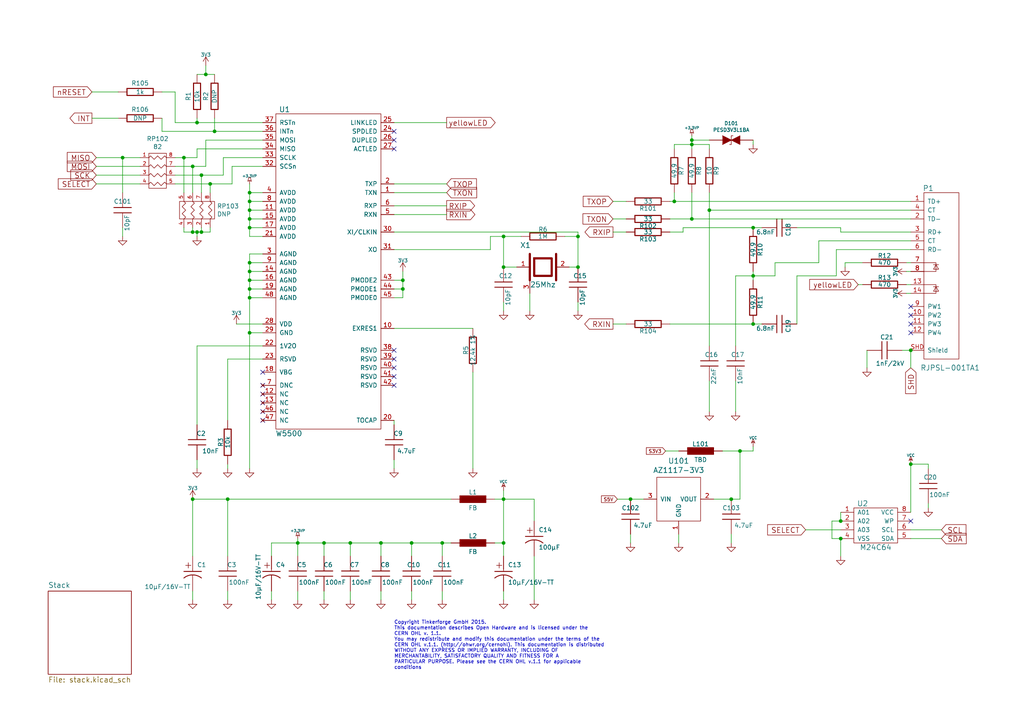
<source format=kicad_sch>
(kicad_sch (version 20211123) (generator eeschema)
  (paper "A4")
  (title_block (title "Ethernet Extension without PoE") (date "2022-09-06") (rev "1.1") (company "Tinkerforge GmbH") (comment 1 "Licensed under CERN OHL v.1.1") (comment 2 "Copyright (©) 2021, B.Nordmeyer <bastian@tinkerforge.com>"))
  (lib_symbols
    (symbol "tinkerforge:+3.3VP" (power) (pin_names (offset 0))
      (property "Value" "+3.3VP" (at 0 2.54 0))
      (symbol "+3.3VP_0_0"
        (pin power_in line (at 0 0 90) (length 0) hide (name "+3.3VP") (number "1"))
      )
      (symbol "+3.3VP_0_1"
        (polyline (pts (xy 0 0) (xy 0 1.016) (xy 0 1.016)))
        (polyline (pts (xy 0.508 0.762) (xy 0 1.016) (xy -0.508 0.762) (xy -0.254 1.778) (xy 0.254 1.778) (xy 0.508 0.762) (xy 0.508 0.762)))
      )
    )
    (symbol "tinkerforge:3V3" (power) (pin_names (offset 0))
      (property "Value" "3V3" (at 0 3.556 0))
      (symbol "3V3_0_1"
        (polyline (pts (xy -0.762 1.27) (xy 0 2.54)))
        (polyline (pts (xy 0 0) (xy 0 2.54)))
        (polyline (pts (xy 0 2.54) (xy 0.762 1.27)))
      )
      (symbol "3V3_1_1"
        (pin power_in line (at 0 0 90) (length 0) hide (name "3V3") (number "1"))
      )
    )
    (symbol "tinkerforge:C" (pin_numbers hide) (pin_names (offset 0.254))
      (property "Reference" "C" (at 1.27 2.54 0))
      (property "Value" "C" (at 1.27 -2.54 0))
      (symbol "C_0_1"
        (polyline (pts (xy -2.54 -0.762) (xy 2.54 -0.762)) (stroke (width 0.254)))
        (polyline (pts (xy -2.54 0.762) (xy 2.54 0.762)) (stroke (width 0.254)))
      )
      (symbol "C_1_1"
        (pin passive line (at 0 5.08 270) (length 4.318) (name "~") (number "1"))
        (pin passive line (at 0 -5.08 90) (length 4.318) (name "~") (number "2"))
      )
    )
    (symbol "tinkerforge:CAT24C" (pin_names (offset 1.016))
      (property "Reference" "U" (at -3.81 12.7 0))
      (property "Value" "CAT24C" (at 0 0 0))
      (symbol "CAT24C_0_1"
        (rectangle (start -6.35 11.43) (end 6.35 1.27))
      )
      (symbol "CAT24C_1_1"
        (pin passive line (at -10.16 10.16 0) (length 3.81) (name "A01") (number "1"))
        (pin passive line (at -10.16 7.62 0) (length 3.81) (name "A02") (number "2"))
        (pin passive line (at -10.16 5.08 0) (length 3.81) (name "A03") (number "3"))
        (pin passive line (at -10.16 2.54 0) (length 3.81) (name "VSS") (number "4"))
        (pin passive line (at 10.16 2.54 180) (length 3.81) (name "SDA") (number "5"))
        (pin passive line (at 10.16 5.08 180) (length 3.81) (name "SCL") (number "6"))
        (pin passive line (at 10.16 7.62 180) (length 3.81) (name "WP") (number "7"))
        (pin passive line (at 10.16 10.16 180) (length 3.81) (name "VCC") (number "8"))
      )
    )
    (symbol "tinkerforge:CP1" (pin_numbers hide) (pin_names (offset 0.254) hide)
      (property "Reference" "C" (at 1.27 2.54 0))
      (property "Value" "CP1" (at 1.27 -2.54 0))
      (symbol "CP1_0_0"
        (text "+" (at -1.27 2.54 0) (effects (font (size 2.032 2.032))))
      )
      (symbol "CP1_0_1"
        (polyline (pts (xy 0 1.27) (xy 0 0.762) (xy 0 0.762)))
        (polyline (pts (xy 2.54 0.635) (xy -2.54 0.635) (xy -2.54 0.635)) (stroke (width 0.254)))
        (arc (start 2.54 -1.27) (mid 0 -0.379) (end -2.54 -1.27) (stroke (width 0.254)))
      )
      (symbol "CP1_1_1"
        (pin passive line (at 0 5.08 270) (length 3.81) (name "~") (number "1"))
        (pin passive line (at 0 -5.08 90) (length 4.572) (name "~") (number "2"))
      )
    )
    (symbol "tinkerforge:CRYSTAL_3225" (pin_names (offset 1.016))
      (property "Reference" "X" (at -5.08 6.35 0))
      (property "Value" "CRYSTAL_3225" (at 6.35 -6.35 0))
      (symbol "CRYSTAL_3225_0_1"
        (rectangle (start -2.54 2.54) (end 2.54 -2.54) (stroke (width 0.635)))
      )
      (symbol "CRYSTAL_3225_1_1"
        (polyline (pts (xy -3.81 3.81) (xy -3.81 -3.81) (xy -3.81 -3.81)) (stroke (width 0.635)))
        (polyline (pts (xy 3.81 3.81) (xy 3.81 -3.81) (xy 3.81 -3.81)) (stroke (width 0.635)))
        (pin passive line (at -7.62 0 0) (length 3.81) (name "~") (number "1"))
        (pin passive line (at 7.62 0 180) (length 3.81) (name "~") (number "2"))
        (pin passive line (at -3.81 -7.62 90) (length 3.81) (name "~") (number "3"))
      )
    )
    (symbol "tinkerforge:GND" (power) (pin_names (offset 0))
      (property "Value" "GND" (at 0 -5.08 0))
      (symbol "GND_0_1"
        (polyline (pts (xy 0 0) (xy 0 -1.27) (xy 1.27 -1.27) (xy 0 -2.54) (xy -1.27 -1.27) (xy 0 -1.27)))
      )
      (symbol "GND_1_1"
        (pin power_in line (at 0 0 270) (length 0) hide (name "GND") (number "1"))
      )
    )
    (symbol "tinkerforge:INDUCT" (pin_numbers hide) (pin_names (offset 0))
      (property "Reference" "L" (at 2.032 0 90))
      (property "Value" "INDUCT" (at -2.54 0 90))
      (symbol "INDUCT_0_1"
        (rectangle (start -1.016 3.81) (end 1.016 -3.81) (fill (type outline)))
      )
      (symbol "INDUCT_1_1"
        (pin passive line (at 0 6.35 270) (length 2.54) (name "~") (number "1"))
        (pin passive line (at 0 -6.35 90) (length 2.54) (name "~") (number "2"))
      )
    )
    (symbol "tinkerforge:LD1117" (pin_names (offset 1.016))
      (property "Reference" "U" (at -5.08 12.7 0))
      (property "Value" "LD1117" (at 0 7.62 0))
      (symbol "LD1117_0_1"
        (rectangle (start -6.35 11.43) (end 6.35 -1.27))
      )
      (symbol "LD1117_1_1"
        (pin passive line (at 0 -5.08 90) (length 3.81) (name "GND") (number "1"))
        (pin output line (at 10.16 5.08 180) (length 3.81) (name "VOUT") (number "2"))
        (pin input line (at -10.16 5.08 0) (length 3.81) (name "VIN") (number "3"))
      )
    )
    (symbol "tinkerforge:R" (pin_numbers hide) (pin_names (offset 0))
      (property "Reference" "R" (at 2.032 0 90))
      (property "Value" "R" (at 0 0 90))
      (symbol "R_0_1"
        (rectangle (start -1.016 3.81) (end 1.016 -3.81) (stroke (width 0.3048)))
      )
      (symbol "R_1_1"
        (pin passive line (at 0 6.35 270) (length 2.54) (name "~") (number "1"))
        (pin passive line (at 0 -6.35 90) (length 2.54) (name "~") (number "2"))
      )
    )
    (symbol "tinkerforge:RJPSL-001TA1" (pin_names (offset 1.016))
      (property "Reference" "P" (at -8.89 19.05 0))
      (property "Value" "RJPSL-001TA1" (at -7.62 -33.02 0))
      (symbol "RJPSL-001TA1_0_1"
        (rectangle (start -10.16 17.78) (end 0 -30.48))
        (polyline (pts (xy -7.4168 -9.4996) (xy -5.8928 -9.4996)))
        (polyline (pts (xy -7.4168 -3.0988) (xy -5.8928 -3.0988)))
        (polyline (pts (xy -10.16 -8.89) (xy -6.6548 -8.89) (xy -6.6548 -11.43) (xy -10.16 -11.43)))
        (polyline (pts (xy -10.16 -2.54) (xy -6.6548 -2.54) (xy -6.6548 -5.08) (xy -10.16 -5.08)))
        (polyline (pts (xy -6.6548 -9.4996) (xy -7.366 -10.8204) (xy -5.8928 -10.8204) (xy -6.6548 -9.4996)))
        (polyline (pts (xy -6.6548 -3.0988) (xy -7.366 -4.4196) (xy -5.8928 -4.4196) (xy -6.6548 -3.0988)))
      )
      (symbol "RJPSL-001TA1_1_1"
        (pin passive line (at -13.97 15.24 0) (length 3.81) (name "TD+") (number "1"))
        (pin passive line (at -13.97 -17.78 0) (length 3.81) (name "PW2") (number "10"))
        (pin passive line (at -13.97 -20.32 0) (length 3.81) (name "PW3") (number "11"))
        (pin passive line (at -13.97 -22.86 0) (length 3.81) (name "PW4") (number "12"))
        (pin passive line (at -13.97 -8.89 0) (length 3.81) (name "~") (number "13"))
        (pin passive line (at -13.97 -11.43 0) (length 3.81) (name "~") (number "14"))
        (pin passive line (at -13.97 10.16 0) (length 3.81) (name "TD-") (number "2"))
        (pin passive line (at -13.97 6.35 0) (length 3.81) (name "RD+") (number "3"))
        (pin passive line (at -13.97 12.7 0) (length 3.81) (name "CT") (number "4"))
        (pin passive line (at -13.97 3.81 0) (length 3.81) (name "CT") (number "5"))
        (pin passive line (at -13.97 1.27 0) (length 3.81) (name "RD-") (number "6"))
        (pin passive line (at -13.97 -2.54 0) (length 3.81) (name "~") (number "7"))
        (pin passive line (at -13.97 -2.54 0) (length 3.81) (name "~") (number "7"))
        (pin passive line (at -13.97 -5.08 0) (length 3.81) (name "~") (number "8"))
        (pin passive line (at -13.97 -5.08 0) (length 3.81) (name "~") (number "8"))
        (pin passive line (at -13.97 -15.24 0) (length 3.81) (name "PW1") (number "9"))
        (pin passive line (at -13.97 -27.94 0) (length 3.81) (name "Shield") (number "SHD"))
      )
    )
    (symbol "tinkerforge:R_PACK4" (pin_names hide)
      (property "Reference" "RP" (at 0 11.43 0))
      (property "Value" "R_PACK4" (at 0 -1.27 0))
      (symbol "R_PACK4_0_1"
        (polyline (pts (xy -2.54 10.16) (xy -2.54 0) (xy 2.54 0) (xy 2.54 10.16) (xy -2.54 10.16)))
        (polyline (pts (xy -2.54 1.27) (xy -2.032 1.778) (xy -1.016 0.762) (xy 0 1.778) (xy 1.016 0.762) (xy 2.032 1.778) (xy 2.54 1.27)))
        (polyline (pts (xy -2.54 3.81) (xy -2.032 4.318) (xy -1.016 3.302) (xy 0 4.318) (xy 1.016 3.302) (xy 2.032 4.318) (xy 2.54 3.81)))
        (polyline (pts (xy -2.54 6.35) (xy -2.032 6.858) (xy -1.016 5.842) (xy 0 6.858) (xy 1.016 5.842) (xy 2.032 6.858) (xy 2.54 6.35)))
        (polyline (pts (xy -2.54 8.89) (xy -2.032 9.398) (xy -1.016 8.382) (xy 0 9.398) (xy 1.016 8.382) (xy 2.032 9.398) (xy 2.54 8.89)))
      )
      (symbol "R_PACK4_1_1"
        (pin passive line (at -5.08 8.89 0) (length 2.54) (name "P1") (number "1"))
        (pin passive line (at -5.08 6.35 0) (length 2.54) (name "P2") (number "2"))
        (pin passive line (at -5.08 3.81 0) (length 2.54) (name "P3") (number "3"))
        (pin passive line (at -5.08 1.27 0) (length 2.54) (name "P4") (number "4"))
        (pin passive line (at 5.08 1.27 180) (length 2.54) (name "R4") (number "5"))
        (pin passive line (at 5.08 3.81 180) (length 2.54) (name "R3") (number "6"))
        (pin passive line (at 5.08 6.35 180) (length 2.54) (name "R2") (number "7"))
        (pin passive line (at 5.08 8.89 180) (length 2.54) (name "R1") (number "8"))
      )
    )
    (symbol "tinkerforge:TVS" (pin_numbers hide) (pin_names (offset 1.016) hide)
      (property "Reference" "D" (at -1.27 2.54 0))
      (property "Value" "TVS" (at 0 -2.54 0))
      (symbol "TVS_0_1"
        (polyline (pts (xy 0 -1.27) (xy -0.508 -1.27)))
        (polyline (pts (xy 0 1.27) (xy 0 -1.27)) (stroke (width 0.1524)))
        (polyline (pts (xy 0 1.27) (xy 0.508 1.27)))
        (polyline (pts (xy -2.54 1.27) (xy 0 0) (xy -2.54 -1.27)) (fill (type outline)))
        (polyline (pts (xy -2.54 1.27) (xy 0 0) (xy -2.54 -1.27)) (fill (type outline)))
        (polyline (pts (xy 0 0) (xy 2.54 1.27) (xy 2.54 -1.27) (xy 0 0)) (fill (type outline)))
      )
      (symbol "TVS_1_1"
        (pin passive line (at -6.35 0 0) (length 3.81) (name "A") (number "1"))
        (pin passive line (at 6.35 0 180) (length 3.81) (name "K") (number "2"))
      )
    )
    (symbol "tinkerforge:VCC" (power) (pin_names (offset 0))
      (property "Value" "VCC" (at 0 3.175 0))
      (symbol "VCC_0_0"
        (pin power_in line (at 0 0 90) (length 0) hide (name "VCC") (number "1"))
      )
      (symbol "VCC_0_1"
        (polyline (pts (xy 0 1.524) (xy 0 0)))
        (polyline (pts (xy 0 1.524) (xy 0.508 1.016) (xy 0 2.286) (xy -0.508 1.016) (xy 0 1.524) (xy 0 1.524)))
      )
    )
    (symbol "tinkerforge:W5500" (pin_names (offset 1.016))
      (property "Reference" "U" (at -12.7 46.99 0))
      (property "Value" "W5500" (at -11.43 -46.99 0))
      (symbol "W5500_0_1"
        (rectangle (start -15.24 45.72) (end 15.24 -45.72))
      )
      (symbol "W5500_1_1"
        (pin passive line (at 19.05 22.86 180) (length 3.81) (name "TXN") (number "1"))
        (pin passive line (at 19.05 -16.51 180) (length 3.81) (name "EXRES1") (number "10"))
        (pin passive line (at -19.05 17.78 0) (length 3.81) (name "AVDD") (number "11"))
        (pin no_connect line (at -19.05 -35.56 0) (length 3.81) (name "NC") (number "12"))
        (pin no_connect line (at -19.05 -38.1 0) (length 3.81) (name "NC") (number "13"))
        (pin passive line (at -19.05 0 0) (length 3.81) (name "AGND") (number "14"))
        (pin passive line (at -19.05 15.24 0) (length 3.81) (name "AVDD") (number "15"))
        (pin passive line (at -19.05 -2.54 0) (length 3.81) (name "AGND") (number "16"))
        (pin passive line (at -19.05 12.7 0) (length 3.81) (name "AVDD") (number "17"))
        (pin passive line (at -19.05 -29.21 0) (length 3.81) (name "VBG") (number "18"))
        (pin passive line (at -19.05 -5.08 0) (length 3.81) (name "AGND") (number "19"))
        (pin passive line (at 19.05 25.4 180) (length 3.81) (name "TXP") (number "2"))
        (pin passive line (at 19.05 -43.18 180) (length 3.81) (name "TOCAP") (number "20"))
        (pin passive line (at -19.05 10.16 0) (length 3.81) (name "AVDD") (number "21"))
        (pin passive line (at -19.05 -21.59 0) (length 3.81) (name "1V2O") (number "22"))
        (pin passive line (at -19.05 -25.4 0) (length 3.81) (name "RSVD") (number "23"))
        (pin passive line (at 19.05 40.64 180) (length 3.81) (name "SPDLED") (number "24"))
        (pin passive line (at 19.05 43.18 180) (length 3.81) (name "LINKLED") (number "25"))
        (pin passive line (at 19.05 38.1 180) (length 3.81) (name "DUPLED") (number "26"))
        (pin passive line (at 19.05 35.56 180) (length 3.81) (name "ACTLED") (number "27"))
        (pin passive line (at -19.05 -15.24 0) (length 3.81) (name "VDD") (number "28"))
        (pin passive line (at -19.05 -17.78 0) (length 3.81) (name "GND") (number "29"))
        (pin passive line (at -19.05 5.08 0) (length 3.81) (name "AGND") (number "3"))
        (pin passive line (at 19.05 11.43 180) (length 3.81) (name "XI/CLKIN") (number "30"))
        (pin passive line (at 19.05 6.35 180) (length 3.81) (name "XO") (number "31"))
        (pin passive line (at -19.05 30.48 0) (length 3.81) (name "SCSn") (number "32"))
        (pin passive line (at -19.05 33.02 0) (length 3.81) (name "SCLK") (number "33"))
        (pin passive line (at -19.05 35.56 0) (length 3.81) (name "MISO") (number "34"))
        (pin passive line (at -19.05 38.1 0) (length 3.81) (name "MOSI") (number "35"))
        (pin passive line (at -19.05 40.64 0) (length 3.81) (name "INTn") (number "36"))
        (pin passive line (at -19.05 43.18 0) (length 3.81) (name "RSTn") (number "37"))
        (pin passive line (at 19.05 -22.86 180) (length 3.81) (name "RSVD") (number "38"))
        (pin passive line (at 19.05 -25.4 180) (length 3.81) (name "RSVD") (number "39"))
        (pin passive line (at -19.05 22.86 0) (length 3.81) (name "AVDD") (number "4"))
        (pin passive line (at 19.05 -27.94 180) (length 3.81) (name "RSVD") (number "40"))
        (pin passive line (at 19.05 -30.48 180) (length 3.81) (name "RSVD") (number "41"))
        (pin passive line (at 19.05 -33.02 180) (length 3.81) (name "RSVD") (number "42"))
        (pin passive line (at 19.05 -2.54 180) (length 3.81) (name "PMODE2") (number "43"))
        (pin passive line (at 19.05 -5.08 180) (length 3.81) (name "PMODE1") (number "44"))
        (pin passive line (at 19.05 -7.62 180) (length 3.81) (name "PMODE0") (number "45"))
        (pin no_connect line (at -19.05 -40.64 0) (length 3.81) (name "NC") (number "46"))
        (pin no_connect line (at -19.05 -43.18 0) (length 3.81) (name "NC") (number "47"))
        (pin passive line (at -19.05 -7.62 0) (length 3.81) (name "AGND") (number "48"))
        (pin passive line (at 19.05 16.51 180) (length 3.81) (name "RXN") (number "5"))
        (pin passive line (at 19.05 19.05 180) (length 3.81) (name "RXP") (number "6"))
        (pin no_connect line (at -19.05 -33.02 0) (length 3.81) (name "DNC") (number "7"))
        (pin passive line (at -19.05 20.32 0) (length 3.81) (name "AVDD") (number "8"))
        (pin passive line (at -19.05 2.54 0) (length 3.81) (name "AGND") (number "9"))
      )
    )
  )
  (junction (at 72.39 76.2))
  (junction (at 58.42 50.8))
  (junction (at 55.88 67.31))
  (junction (at 72.39 60.96))
  (junction (at 101.6 157.48))
  (junction (at 167.64 77.47))
  (junction (at 146.05 77.47))
  (junction (at 146.05 157.48))
  (junction (at 72.39 66.04))
  (junction (at 146.05 68.58))
  (junction (at 110.49 157.48))
  (junction (at 72.39 81.28))
  (junction (at 35.56 45.72))
  (junction (at 72.39 55.88))
  (junction (at 205.74 60.96))
  (junction (at 86.36 157.48))
  (junction (at 128.27 157.48))
  (junction (at 116.84 83.82))
  (junction (at 264.16 134.62))
  (junction (at 57.15 67.31))
  (junction (at 60.96 53.34))
  (junction (at 93.98 157.48))
  (junction (at 200.66 41.91))
  (junction (at 57.15 35.56))
  (junction (at 72.39 58.42))
  (junction (at 59.69 21.59))
  (junction (at 214.63 130.81))
  (junction (at 200.66 63.5))
  (junction (at 264.16 101.6))
  (junction (at 72.39 96.52))
  (junction (at 55.88 48.26))
  (junction (at 212.09 144.78))
  (junction (at 55.88 144.78))
  (junction (at 243.84 151.13))
  (junction (at 72.39 83.82))
  (junction (at 167.64 68.58))
  (junction (at 116.84 81.28))
  (junction (at 72.39 78.74))
  (junction (at 119.38 157.48))
  (junction (at 195.58 58.42))
  (junction (at 53.34 45.72))
  (junction (at 146.05 144.78))
  (junction (at 58.42 67.31))
  (junction (at 218.44 93.98))
  (junction (at 72.39 86.36))
  (junction (at 243.84 156.21))
  (junction (at 72.39 63.5))
  (junction (at 182.88 144.78))
  (junction (at 62.23 38.1))
  (junction (at 66.04 144.78))
  (junction (at 218.44 80.01))
  (junction (at 218.44 66.04))
  (junction (at 200.66 40.64))
  (no_connect (at 114.3 43.18))
  (no_connect (at 114.3 40.64))
  (no_connect (at 76.2 107.95))
  (no_connect (at 114.3 104.14))
  (no_connect (at 264.16 88.9))
  (no_connect (at 264.16 96.52))
  (no_connect (at 76.2 121.92))
  (no_connect (at 114.3 109.22))
  (no_connect (at 114.3 101.6))
  (no_connect (at 264.16 93.98))
  (no_connect (at 114.3 106.68))
  (no_connect (at 114.3 111.76))
  (no_connect (at 76.2 119.38))
  (no_connect (at 114.3 38.1))
  (no_connect (at 76.2 116.84))
  (no_connect (at 264.16 91.44))
  (no_connect (at 76.2 114.3))
  (no_connect (at 264.16 151.13))
  (no_connect (at 76.2 111.76))
  (wire (pts (xy 146.05 157.48) (xy 146.05 144.78)))
  (wire (pts (xy 76.2 93.98) (xy 68.58 93.98)))
  (wire (pts (xy 101.6 157.48) (xy 110.49 157.48)))
  (wire (pts (xy 241.3 156.21) (xy 243.84 156.21)))
  (wire (pts (xy 128.27 157.48) (xy 130.81 157.48)))
  (wire (pts (xy 243.84 151.13) (xy 241.3 151.13)))
  (wire (pts (xy 59.69 21.59) (xy 62.23 21.59)))
  (wire (pts (xy 114.3 121.92) (xy 114.3 123.19)))
  (wire (pts (xy 143.51 144.78) (xy 146.05 144.78)))
  (wire (pts (xy 224.79 76.2) (xy 224.79 80.01)))
  (wire (pts (xy 110.49 157.48) (xy 110.49 161.29)))
  (wire (pts (xy 57.15 123.19) (xy 57.15 100.33)))
  (wire (pts (xy 205.74 55.88) (xy 205.74 60.96)))
  (wire (pts (xy 213.36 80.01) (xy 213.36 100.33)))
  (wire (pts (xy 114.3 86.36) (xy 116.84 86.36)))
  (wire (pts (xy 149.86 77.47) (xy 146.05 77.47)))
  (wire (pts (xy 248.92 82.55) (xy 250.19 82.55)))
  (wire (pts (xy 167.64 67.31) (xy 114.3 67.31)))
  (wire (pts (xy 264.16 58.42) (xy 195.58 58.42)))
  (wire (pts (xy 60.96 53.34) (xy 60.96 55.88)))
  (wire (pts (xy 114.3 72.39) (xy 142.24 72.39)))
  (wire (pts (xy 193.04 130.81) (xy 196.85 130.81)))
  (wire (pts (xy 205.74 60.96) (xy 264.16 60.96)))
  (wire (pts (xy 72.39 60.96) (xy 72.39 63.5)))
  (wire (pts (xy 205.74 119.38) (xy 205.74 110.49)))
  (wire (pts (xy 55.88 66.04) (xy 55.88 67.31)))
  (wire (pts (xy 243.84 161.29) (xy 243.84 156.21)))
  (wire (pts (xy 72.39 58.42) (xy 72.39 60.96)))
  (wire (pts (xy 110.49 173.99) (xy 110.49 171.45)))
  (wire (pts (xy 86.36 157.48) (xy 93.98 157.48)))
  (wire (pts (xy 57.15 35.56) (xy 76.2 35.56)))
  (wire (pts (xy 179.07 144.78) (xy 182.88 144.78)))
  (wire (pts (xy 242.57 72.39) (xy 264.16 72.39)))
  (wire (pts (xy 224.79 80.01) (xy 218.44 80.01)))
  (wire (pts (xy 116.84 81.28) (xy 116.84 78.74)))
  (wire (pts (xy 101.6 173.99) (xy 101.6 171.45)))
  (wire (pts (xy 114.3 81.28) (xy 116.84 81.28)))
  (wire (pts (xy 76.2 78.74) (xy 72.39 78.74)))
  (wire (pts (xy 58.42 67.31) (xy 57.15 67.31)))
  (wire (pts (xy 27.94 50.8) (xy 40.64 50.8)))
  (wire (pts (xy 76.2 38.1) (xy 62.23 38.1)))
  (wire (pts (xy 251.46 101.6) (xy 251.46 106.68)))
  (wire (pts (xy 72.39 60.96) (xy 76.2 60.96)))
  (wire (pts (xy 86.36 173.99) (xy 86.36 171.45)))
  (wire (pts (xy 114.3 83.82) (xy 116.84 83.82)))
  (wire (pts (xy 116.84 83.82) (xy 116.84 81.28)))
  (wire (pts (xy 146.05 144.78) (xy 154.94 144.78)))
  (wire (pts (xy 76.2 58.42) (xy 72.39 58.42)))
  (wire (pts (xy 200.66 41.91) (xy 205.74 41.91)))
  (wire (pts (xy 72.39 81.28) (xy 72.39 83.82)))
  (wire (pts (xy 76.2 40.64) (xy 59.69 40.64)))
  (wire (pts (xy 218.44 93.98) (xy 194.31 93.98)))
  (wire (pts (xy 205.74 60.96) (xy 205.74 100.33)))
  (wire (pts (xy 60.96 67.31) (xy 58.42 67.31)))
  (wire (pts (xy 66.04 135.89) (xy 66.04 134.62)))
  (wire (pts (xy 72.39 96.52) (xy 72.39 135.89)))
  (wire (pts (xy 57.15 21.59) (xy 59.69 21.59)))
  (wire (pts (xy 264.16 153.67) (xy 273.05 153.67)))
  (wire (pts (xy 186.69 144.78) (xy 182.88 144.78)))
  (wire (pts (xy 53.34 45.72) (xy 50.8 45.72)))
  (wire (pts (xy 55.88 173.99) (xy 55.88 171.45)))
  (wire (pts (xy 76.2 45.72) (xy 64.77 45.72)))
  (wire (pts (xy 72.39 66.04) (xy 72.39 68.58)))
  (wire (pts (xy 34.29 34.29) (xy 26.67 34.29)))
  (wire (pts (xy 66.04 161.29) (xy 66.04 144.78)))
  (wire (pts (xy 129.54 55.88) (xy 114.3 55.88)))
  (wire (pts (xy 146.05 90.17) (xy 146.05 87.63)))
  (wire (pts (xy 93.98 173.99) (xy 93.98 171.45)))
  (wire (pts (xy 195.58 41.91) (xy 195.58 43.18)))
  (wire (pts (xy 55.88 48.26) (xy 55.88 55.88)))
  (wire (pts (xy 78.74 157.48) (xy 86.36 157.48)))
  (wire (pts (xy 50.8 35.56) (xy 57.15 35.56)))
  (wire (pts (xy 57.15 43.18) (xy 57.15 45.72)))
  (wire (pts (xy 66.04 173.99) (xy 66.04 171.45)))
  (wire (pts (xy 264.16 67.31) (xy 243.84 67.31)))
  (wire (pts (xy 241.3 151.13) (xy 241.3 156.21)))
  (wire (pts (xy 114.3 35.56) (xy 129.54 35.56)))
  (wire (pts (xy 114.3 59.69) (xy 129.54 59.69)))
  (wire (pts (xy 194.31 67.31) (xy 198.12 67.31)))
  (wire (pts (xy 67.31 48.26) (xy 76.2 48.26)))
  (wire (pts (xy 214.63 130.81) (xy 214.63 144.78)))
  (wire (pts (xy 262.89 85.09) (xy 264.16 85.09)))
  (wire (pts (xy 242.57 80.01) (xy 242.57 72.39)))
  (wire (pts (xy 86.36 157.48) (xy 86.36 161.29)))
  (wire (pts (xy 196.85 154.94) (xy 196.85 157.48)))
  (wire (pts (xy 66.04 144.78) (xy 130.81 144.78)))
  (wire (pts (xy 76.2 104.14) (xy 66.04 104.14)))
  (wire (pts (xy 35.56 45.72) (xy 40.64 45.72)))
  (wire (pts (xy 237.49 76.2) (xy 224.79 76.2)))
  (wire (pts (xy 269.24 147.32) (xy 269.24 146.05)))
  (wire (pts (xy 264.16 156.21) (xy 273.05 156.21)))
  (wire (pts (xy 205.74 41.91) (xy 205.74 43.18)))
  (wire (pts (xy 72.39 86.36) (xy 72.39 96.52)))
  (wire (pts (xy 78.74 173.99) (xy 78.74 171.45)))
  (wire (pts (xy 177.8 67.31) (xy 181.61 67.31)))
  (wire (pts (xy 218.44 80.01) (xy 213.36 80.01)))
  (wire (pts (xy 177.8 58.42) (xy 181.61 58.42)))
  (wire (pts (xy 153.67 90.17) (xy 153.67 85.09)))
  (wire (pts (xy 27.94 48.26) (xy 40.64 48.26)))
  (wire (pts (xy 154.94 161.29) (xy 154.94 173.99)))
  (wire (pts (xy 62.23 34.29) (xy 62.23 38.1)))
  (wire (pts (xy 119.38 157.48) (xy 119.38 161.29)))
  (wire (pts (xy 114.3 133.35) (xy 114.3 135.89)))
  (wire (pts (xy 209.55 130.81) (xy 214.63 130.81)))
  (wire (pts (xy 46.99 26.67) (xy 50.8 26.67)))
  (wire (pts (xy 93.98 157.48) (xy 93.98 161.29)))
  (wire (pts (xy 231.14 80.01) (xy 242.57 80.01)))
  (wire (pts (xy 137.16 135.89) (xy 137.16 107.95)))
  (wire (pts (xy 50.8 26.67) (xy 50.8 35.56)))
  (wire (pts (xy 57.15 100.33) (xy 76.2 100.33)))
  (wire (pts (xy 58.42 66.04) (xy 58.42 67.31)))
  (wire (pts (xy 142.24 68.58) (xy 146.05 68.58)))
  (wire (pts (xy 182.88 157.48) (xy 182.88 154.94)))
  (wire (pts (xy 72.39 73.66) (xy 72.39 76.2)))
  (wire (pts (xy 78.74 157.48) (xy 78.74 161.29)))
  (wire (pts (xy 57.15 43.18) (xy 76.2 43.18)))
  (wire (pts (xy 243.84 67.31) (xy 243.84 66.04)))
  (wire (pts (xy 200.66 63.5) (xy 194.31 63.5)))
  (wire (pts (xy 200.66 41.91) (xy 200.66 43.18)))
  (wire (pts (xy 237.49 69.85) (xy 237.49 76.2)))
  (wire (pts (xy 53.34 67.31) (xy 55.88 67.31)))
  (wire (pts (xy 167.64 77.47) (xy 165.1 77.47)))
  (wire (pts (xy 72.39 55.88) (xy 72.39 58.42)))
  (wire (pts (xy 146.05 161.29) (xy 146.05 157.48)))
  (wire (pts (xy 200.66 40.64) (xy 200.66 41.91)))
  (wire (pts (xy 27.94 45.72) (xy 35.56 45.72)))
  (wire (pts (xy 218.44 41.91) (xy 218.44 40.64)))
  (wire (pts (xy 35.56 68.58) (xy 35.56 66.04)))
  (wire (pts (xy 129.54 62.23) (xy 114.3 62.23)))
  (wire (pts (xy 58.42 50.8) (xy 58.42 55.88)))
  (wire (pts (xy 194.31 58.42) (xy 195.58 58.42)))
  (wire (pts (xy 154.94 144.78) (xy 154.94 151.13)))
  (wire (pts (xy 55.88 161.29) (xy 55.88 144.78)))
  (wire (pts (xy 269.24 134.62) (xy 269.24 135.89)))
  (wire (pts (xy 128.27 157.48) (xy 128.27 161.29)))
  (wire (pts (xy 57.15 68.58) (xy 57.15 67.31)))
  (wire (pts (xy 146.05 157.48) (xy 143.51 157.48)))
  (wire (pts (xy 60.96 53.34) (xy 67.31 53.34)))
  (wire (pts (xy 59.69 19.05) (xy 59.69 21.59)))
  (wire (pts (xy 26.67 26.67) (xy 34.29 26.67)))
  (wire (pts (xy 72.39 53.34) (xy 72.39 55.88)))
  (wire (pts (xy 55.88 144.78) (xy 66.04 144.78)))
  (wire (pts (xy 207.01 144.78) (xy 212.09 144.78)))
  (wire (pts (xy 212.09 157.48) (xy 212.09 154.94)))
  (wire (pts (xy 264.16 76.2) (xy 262.89 76.2)))
  (wire (pts (xy 27.94 53.34) (xy 40.64 53.34)))
  (wire (pts (xy 177.8 93.98) (xy 181.61 93.98)))
  (wire (pts (xy 60.96 66.04) (xy 60.96 67.31)))
  (wire (pts (xy 167.64 90.17) (xy 167.64 87.63)))
  (wire (pts (xy 72.39 78.74) (xy 72.39 81.28)))
  (wire (pts (xy 57.15 135.89) (xy 57.15 133.35)))
  (wire (pts (xy 200.66 55.88) (xy 200.66 63.5)))
  (wire (pts (xy 181.61 63.5) (xy 177.8 63.5)))
  (wire (pts (xy 46.99 38.1) (xy 62.23 38.1)))
  (wire (pts (xy 262.89 78.74) (xy 264.16 78.74)))
  (wire (pts (xy 119.38 157.48) (xy 128.27 157.48)))
  (wire (pts (xy 50.8 53.34) (xy 60.96 53.34)))
  (wire (pts (xy 72.39 63.5) (xy 72.39 66.04)))
  (wire (pts (xy 198.12 66.04) (xy 198.12 67.31)))
  (wire (pts (xy 167.64 67.31) (xy 167.64 68.58)))
  (wire (pts (xy 264.16 63.5) (xy 200.66 63.5)))
  (wire (pts (xy 76.2 66.04) (xy 72.39 66.04)))
  (wire (pts (xy 59.69 48.26) (xy 55.88 48.26)))
  (wire (pts (xy 218.44 80.01) (xy 218.44 78.74)))
  (wire (pts (xy 93.98 157.48) (xy 101.6 157.48)))
  (wire (pts (xy 214.63 130.81) (xy 218.44 130.81)))
  (wire (pts (xy 58.42 50.8) (xy 50.8 50.8)))
  (wire (pts (xy 35.56 45.72) (xy 35.56 55.88)))
  (wire (pts (xy 114.3 53.34) (xy 129.54 53.34)))
  (wire (pts (xy 262.89 82.55) (xy 264.16 82.55)))
  (wire (pts (xy 243.84 148.59) (xy 243.84 151.13)))
  (wire (pts (xy 195.58 41.91) (xy 200.66 41.91)))
  (wire (pts (xy 72.39 76.2) (xy 72.39 78.74)))
  (wire (pts (xy 55.88 67.31) (xy 57.15 67.31)))
  (wire (pts (xy 119.38 173.99) (xy 119.38 171.45)))
  (wire (pts (xy 213.36 119.38) (xy 213.36 110.49)))
  (wire (pts (xy 214.63 144.78) (xy 212.09 144.78)))
  (wire (pts (xy 218.44 81.28) (xy 218.44 80.01)))
  (wire (pts (xy 72.39 86.36) (xy 76.2 86.36)))
  (wire (pts (xy 195.58 58.42) (xy 195.58 55.88)))
  (wire (pts (xy 167.64 68.58) (xy 163.83 68.58)))
  (wire (pts (xy 116.84 86.36) (xy 116.84 83.82)))
  (wire (pts (xy 146.05 68.58) (xy 151.13 68.58)))
  (wire (pts (xy 110.49 157.48) (xy 119.38 157.48)))
  (wire (pts (xy 57.15 45.72) (xy 53.34 45.72)))
  (wire (pts (xy 46.99 38.1) (xy 46.99 34.29)))
  (wire (pts (xy 64.77 45.72) (xy 64.77 50.8)))
  (wire (pts (xy 231.14 93.98) (xy 231.14 80.01)))
  (wire (pts (xy 76.2 55.88) (xy 72.39 55.88)))
  (wire (pts (xy 66.04 104.14) (xy 66.04 121.92)))
  (wire (pts (xy 76.2 81.28) (xy 72.39 81.28)))
  (wire (pts (xy 76.2 96.52) (xy 72.39 96.52)))
  (wire (pts (xy 261.62 101.6) (xy 264.16 101.6)))
  (wire (pts (xy 128.27 173.99) (xy 128.27 171.45)))
  (wire (pts (xy 146.05 144.78) (xy 146.05 142.24)))
  (wire (pts (xy 264.16 148.59) (xy 264.16 134.62)))
  (wire (pts (xy 53.34 66.04) (xy 53.34 67.31)))
  (wire (pts (xy 67.31 53.34) (xy 67.31 48.26)))
  (wire (pts (xy 57.15 34.29) (xy 57.15 35.56)))
  (wire (pts (xy 264.16 134.62) (xy 269.24 134.62)))
  (wire (pts (xy 245.11 76.2) (xy 250.19 76.2)))
  (wire (pts (xy 200.66 39.37) (xy 200.66 40.64)))
  (wire (pts (xy 218.44 93.98) (xy 220.98 93.98)))
  (wire (pts (xy 76.2 73.66) (xy 72.39 73.66)))
  (wire (pts (xy 101.6 157.48) (xy 101.6 161.29)))
  (wire (pts (xy 59.69 40.64) (xy 59.69 48.26)))
  (wire (pts (xy 245.11 77.47) (xy 245.11 76.2)))
  (wire (pts (xy 114.3 95.25) (xy 137.16 95.25)))
  (wire (pts (xy 218.44 66.04) (xy 220.98 66.04)))
  (wire (pts (xy 76.2 63.5) (xy 72.39 63.5)))
  (wire (pts (xy 243.84 66.04) (xy 231.14 66.04)))
  (wire (pts (xy 146.05 77.47) (xy 146.05 68.58)))
  (wire (pts (xy 76.2 83.82) (xy 72.39 83.82)))
  (wire (pts (xy 233.68 153.67) (xy 243.84 153.67)))
  (wire (pts (xy 200.66 40.64) (xy 205.74 40.64)))
  (wire (pts (xy 72.39 83.82) (xy 72.39 86.36)))
  (wire (pts (xy 86.36 156.21) (xy 86.36 157.48)))
  (wire (pts (xy 167.64 68.58) (xy 167.64 77.47)))
  (wire (pts (xy 55.88 48.26) (xy 50.8 48.26)))
  (wire (pts (xy 198.12 66.04) (xy 218.44 66.04)))
  (wire (pts (xy 264.16 106.68) (xy 264.16 101.6)))
  (wire (pts (xy 142.24 72.39) (xy 142.24 68.58)))
  (wire (pts (xy 146.05 171.45) (xy 146.05 173.99)))
  (wire (pts (xy 53.34 55.88) (xy 53.34 45.72)))
  (wire (pts (xy 76.2 76.2) (xy 72.39 76.2)))
  (wire (pts (xy 218.44 129.54) (xy 218.44 130.81)))
  (wire (pts (xy 64.77 50.8) (xy 58.42 50.8)))
  (wire (pts (xy 264.16 69.85) (xy 237.49 69.85)))
  (wire (pts (xy 72.39 68.58) (xy 76.2 68.58)))
  (text "Copyright Tinkerforge GmbH 2015.\nThis documentation describes Open Hardware and is licensed under the\nCERN OHL v. 1.1.\nYou may redistribute and modify this documentation under the terms of the\nCERN OHL v.1.1. (http://ohwr.org/cernohl). This documentation is distributed\nWITHOUT ANY EXPRESS OR IMPLIED WARRANTY, INCLUDING OF\nMERCHANTABILITY, SATISFACTORY QUALITY AND FITNESS FOR A\nPARTICULAR PURPOSE. Please see the CERN OHL v.1.1 for applicable\nconditions\n" (at 114.3 194.31 0) (effects (font (size 1.016 1.016)) (justify left bottom)))
  (global_label "yellowLED" (shape input) (at 248.92 82.55 180) (effects (font (size 1.524 1.524))) (property "Intersheet References" "${INTERSHEET_REFS}" (effects hide)))
  (global_label "SCK" (shape input) (at 27.94 50.8 180) (effects (font (size 1.524 1.524))) (property "Intersheet References" "${INTERSHEET_REFS}" (effects hide)))
  (global_label "INT" (shape output) (at 26.67 34.29 180) (effects (font (size 1.524 1.524))) (property "Intersheet References" "${INTERSHEET_REFS}" (effects hide)))
  (global_label "RXIP" (shape output) (at 129.54 59.69 0) (effects (font (size 1.524 1.524))) (property "Intersheet References" "${INTERSHEET_REFS}" (effects hide)))
  (global_label "TXOP" (shape input) (at 129.54 53.34 0) (effects (font (size 1.524 1.524))) (property "Intersheet References" "${INTERSHEET_REFS}" (effects hide)))
  (global_label "TXOP" (shape input) (at 177.8 58.42 180) (effects (font (size 1.524 1.524))) (property "Intersheet References" "${INTERSHEET_REFS}" (effects hide)))
  (global_label "SDA" (shape input) (at 273.05 156.21 0) (effects (font (size 1.524 1.524))) (property "Intersheet References" "${INTERSHEET_REFS}" (effects hide)))
  (global_label "MISO" (shape input) (at 27.94 45.72 180) (effects (font (size 1.524 1.524))) (property "Intersheet References" "${INTERSHEET_REFS}" (effects hide)))
  (global_label "SCL" (shape input) (at 273.05 153.67 0) (effects (font (size 1.524 1.524))) (property "Intersheet References" "${INTERSHEET_REFS}" (effects hide)))
  (global_label "SHD" (shape input) (at 264.16 106.68 270) (effects (font (size 1.524 1.524))) (property "Intersheet References" "${INTERSHEET_REFS}" (effects hide)))
  (global_label "RXIN" (shape output) (at 177.8 93.98 180) (effects (font (size 1.524 1.524))) (property "Intersheet References" "${INTERSHEET_REFS}" (effects hide)))
  (global_label "S3V3" (shape input) (at 193.04 130.81 180) (effects (font (size 0.9906 0.9906))) (property "Intersheet References" "${INTERSHEET_REFS}" (effects hide)))
  (global_label "nRESET" (shape input) (at 26.67 26.67 180) (effects (font (size 1.524 1.524))) (property "Intersheet References" "${INTERSHEET_REFS}" (effects hide)))
  (global_label "TXON" (shape input) (at 177.8 63.5 180) (effects (font (size 1.524 1.524))) (property "Intersheet References" "${INTERSHEET_REFS}" (effects hide)))
  (global_label "SELECT" (shape input) (at 233.68 153.67 180) (effects (font (size 1.524 1.524))) (property "Intersheet References" "${INTERSHEET_REFS}" (effects hide)))
  (global_label "TXON" (shape input) (at 129.54 55.88 0) (effects (font (size 1.524 1.524))) (property "Intersheet References" "${INTERSHEET_REFS}" (effects hide)))
  (global_label "yellowLED" (shape output) (at 129.54 35.56 0) (effects (font (size 1.524 1.524))) (property "Intersheet References" "${INTERSHEET_REFS}" (effects hide)))
  (global_label "SELECT" (shape input) (at 27.94 53.34 180) (effects (font (size 1.524 1.524))) (property "Intersheet References" "${INTERSHEET_REFS}" (effects hide)))
  (global_label "S5V" (shape input) (at 179.07 144.78 180) (effects (font (size 0.9906 0.9906))) (property "Intersheet References" "${INTERSHEET_REFS}" (effects hide)))
  (global_label "RXIP" (shape output) (at 177.8 67.31 180) (effects (font (size 1.524 1.524))) (property "Intersheet References" "${INTERSHEET_REFS}" (effects hide)))
  (global_label "MOSI" (shape input) (at 27.94 48.26 180) (effects (font (size 1.524 1.524))) (property "Intersheet References" "${INTERSHEET_REFS}" (effects hide)))
  (global_label "RXIN" (shape output) (at 129.54 62.23 0) (effects (font (size 1.524 1.524))) (property "Intersheet References" "${INTERSHEET_REFS}" (effects hide)))
  (symbol (lib_id "tinkerforge:CAT24C") (at 254 158.75 0) (unit 1)
    (property "Reference" "U2" (at 250.19 146.05 0) (effects (font (size 1.524 1.524))))
    (property "Value" "M24C64" (at 254 158.75 0) (effects (font (size 1.524 1.524))))
    (property "Footprint" "kicad-libraries:SOIC8" (effects hide))
  )
  (symbol (lib_id "tinkerforge:C") (at 269.24 140.97 180) (unit 1)
    (property "Reference" "C20" (at 271.78 138.43 0) (effects (justify left)))
    (property "Value" "100nF" (at 275.59 143.51 0) (effects (justify left)))
    (property "Footprint" "kicad-libraries:C0603" (effects hide))
  )
  (symbol (lib_id "tinkerforge:GND") (at 269.24 147.32 0) (unit 1)
    (property "Reference" "#PWR018" (effects hide))
    (property "Value" "GND" (effects hide))
  )
  (symbol (lib_id "tinkerforge:GND") (at 243.84 161.29 0) (unit 1)
    (property "Reference" "#PWR017" (effects hide))
    (property "Value" "GND" (effects hide))
  )
  (symbol (lib_id "tinkerforge:+3.3VP") (at 200.66 39.37 0) (unit 1)
    (property "Reference" "#PWR016" (effects hide))
    (property "Value" "+3.3VP" (at 200.66 37.084 0) (effects (font (size 0.762 0.762))))
  )
  (symbol (lib_id "tinkerforge:C") (at 256.54 101.6 270) (unit 1)
    (property "Reference" "C21" (at 255.27 97.79 90) (effects (justify left)))
    (property "Value" "1nF/2kV" (at 254 105.41 90) (effects (justify left)))
    (property "Footprint" "kicad-libraries:C1206" (effects hide))
  )
  (symbol (lib_id "tinkerforge:R") (at 195.58 49.53 0) (unit 1)
    (property "Reference" "R7" (at 197.612 49.53 90))
    (property "Value" "49.9" (at 195.58 49.53 90))
    (property "Footprint" "kicad-libraries:R0603" (effects hide))
  )
  (symbol (lib_id "tinkerforge:C") (at 205.74 105.41 180) (unit 1)
    (property "Reference" "C16" (at 208.28 102.87 0) (effects (justify left)))
    (property "Value" "22nF" (at 207.01 106.68 90) (effects (justify left)))
    (property "Footprint" "kicad-libraries:C0603" (effects hide))
  )
  (symbol (lib_id "tinkerforge:R") (at 200.66 49.53 0) (unit 1)
    (property "Reference" "R8" (at 202.692 49.53 90))
    (property "Value" "49.9" (at 200.66 49.53 90))
    (property "Footprint" "kicad-libraries:R0603" (effects hide))
  )
  (symbol (lib_id "tinkerforge:CRYSTAL_3225") (at 157.48 77.47 0) (unit 1)
    (property "Reference" "X1" (at 152.4 71.12 0) (effects (font (size 1.524 1.524))))
    (property "Value" "25Mhz" (at 157.48 82.55 0) (effects (font (size 1.524 1.524))))
    (property "Footprint" "kicad-libraries:HC49_US" (effects hide))
  )
  (symbol (lib_id "tinkerforge:GND") (at 153.67 90.17 0) (unit 1)
    (property "Reference" "#PWR015" (effects hide))
    (property "Value" "GND" (effects hide))
  )
  (symbol (lib_id "tinkerforge:C") (at 146.05 82.55 180) (unit 1)
    (property "Reference" "C12" (at 148.59 80.01 0) (effects (justify left)))
    (property "Value" "10pF" (at 147.32 83.82 90) (effects (justify left)))
    (property "Footprint" "kicad-libraries:C0603" (effects hide))
  )
  (symbol (lib_id "tinkerforge:GND") (at 146.05 90.17 0) (unit 1)
    (property "Reference" "#PWR014" (effects hide))
    (property "Value" "GND" (effects hide))
  )
  (symbol (lib_id "tinkerforge:C") (at 167.64 82.55 180) (unit 1)
    (property "Reference" "C15" (at 170.18 80.01 0) (effects (justify left)))
    (property "Value" "10pF" (at 168.91 83.82 90) (effects (justify left)))
    (property "Footprint" "kicad-libraries:C0603" (effects hide))
  )
  (symbol (lib_id "tinkerforge:GND") (at 167.64 90.17 0) (unit 1)
    (property "Reference" "#PWR013" (effects hide))
    (property "Value" "GND" (effects hide))
  )
  (symbol (lib_id "tinkerforge:R") (at 157.48 68.58 90) (unit 1)
    (property "Reference" "R6" (at 157.48 66.548 90))
    (property "Value" "1M" (at 157.48 68.58 90))
    (property "Footprint" "kicad-libraries:R0603" (effects hide))
  )
  (symbol (lib_id "tinkerforge:INDUCT") (at 137.16 144.78 90) (unit 1)
    (property "Reference" "L1" (at 137.16 142.748 90))
    (property "Value" "FB" (at 137.16 147.32 90))
    (property "Footprint" "kicad-libraries:C0603" (effects hide))
  )
  (symbol (lib_id "tinkerforge:VCC") (at 146.05 142.24 0) (unit 1)
    (property "Reference" "#PWR012" (effects hide))
    (property "Value" "VCC" (at 146.05 139.7 0) (effects (font (size 0.762 0.762))))
  )
  (symbol (lib_id "tinkerforge:INDUCT") (at 137.16 157.48 90) (unit 1)
    (property "Reference" "L2" (at 137.16 155.448 90))
    (property "Value" "FB" (at 137.16 160.02 90))
    (property "Footprint" "kicad-libraries:C0603" (effects hide))
  )
  (symbol (lib_id "tinkerforge:C") (at 128.27 166.37 180) (unit 1)
    (property "Reference" "C11" (at 130.81 163.83 0) (effects (justify left)))
    (property "Value" "100nF" (at 134.62 168.91 0) (effects (justify left)))
    (property "Footprint" "kicad-libraries:C0603" (effects hide))
  )
  (symbol (lib_id "tinkerforge:C") (at 119.38 166.37 180) (unit 1)
    (property "Reference" "C10" (at 121.92 163.83 0) (effects (justify left)))
    (property "Value" "100nF" (at 125.73 168.91 0) (effects (justify left)))
    (property "Footprint" "kicad-libraries:C0603" (effects hide))
  )
  (symbol (lib_id "tinkerforge:+3.3VP") (at 86.36 156.21 0) (unit 1)
    (property "Reference" "#PWR011" (effects hide))
    (property "Value" "+3.3VP" (at 86.36 153.924 0) (effects (font (size 0.762 0.762))))
  )
  (symbol (lib_id "tinkerforge:3V3") (at 55.88 144.78 0) (unit 1)
    (property "Reference" "#PWR010" (effects hide))
    (property "Value" "3V3" (at 55.88 141.605 0) (effects (font (size 1.016 1.016))))
  )
  (symbol (lib_id "tinkerforge:C") (at 66.04 166.37 180) (unit 1)
    (property "Reference" "C3" (at 68.58 163.83 0) (effects (justify left)))
    (property "Value" "100nF" (at 72.39 168.91 0) (effects (justify left)))
    (property "Footprint" "kicad-libraries:C0603" (effects hide))
  )
  (symbol (lib_id "tinkerforge:GND") (at 128.27 173.99 0) (unit 1)
    (property "Reference" "#PWR09" (effects hide))
    (property "Value" "GND" (effects hide))
  )
  (symbol (lib_id "tinkerforge:GND") (at 146.05 173.99 0) (unit 1)
    (property "Reference" "#PWR08" (effects hide))
    (property "Value" "GND" (effects hide))
  )
  (symbol (lib_id "tinkerforge:GND") (at 119.38 173.99 0) (unit 1)
    (property "Reference" "#PWR07" (effects hide))
    (property "Value" "GND" (effects hide))
  )
  (symbol (lib_id "tinkerforge:GND") (at 66.04 173.99 0) (unit 1)
    (property "Reference" "#PWR06" (effects hide))
    (property "Value" "GND" (effects hide))
  )
  (symbol (lib_id "tinkerforge:GND") (at 55.88 173.99 0) (unit 1)
    (property "Reference" "#PWR05" (effects hide))
    (property "Value" "GND" (effects hide))
  )
  (symbol (lib_id "tinkerforge:GND") (at 251.46 106.68 0) (unit 1)
    (property "Reference" "#PWR04" (effects hide))
    (property "Value" "GND" (effects hide))
  )
  (symbol (lib_id "tinkerforge:RJPSL-001TA1") (at 278.13 73.66 0) (unit 1)
    (property "Reference" "P1" (at 269.24 54.61 0) (effects (font (size 1.524 1.524))))
    (property "Value" "RJPSL-001TA1" (at 275.59 106.68 0) (effects (font (size 1.524 1.524))))
    (property "Footprint" "kicad-libraries:RJPSL-001TA1" (effects hide))
  )
  (symbol (lib_id "tinkerforge:R") (at 256.54 76.2 90) (unit 1)
    (property "Reference" "R12" (at 256.54 74.168 90))
    (property "Value" "470" (at 256.54 76.2 90))
    (property "Footprint" "kicad-libraries:R0603" (effects hide))
  )
  (symbol (lib_id "tinkerforge:R") (at 256.54 82.55 90) (unit 1)
    (property "Reference" "R13" (at 256.54 80.518 90))
    (property "Value" "470" (at 256.54 82.55 90))
    (property "Footprint" "kicad-libraries:R0603" (effects hide))
  )
  (symbol (lib_id "tinkerforge:GND") (at 245.11 77.47 0) (unit 1)
    (property "Reference" "#PWR01" (effects hide))
    (property "Value" "GND" (effects hide))
  )
  (symbol (lib_id "tinkerforge:CP1") (at 154.94 156.21 0) (unit 1)
    (property "Reference" "C14" (at 156.21 153.67 0) (effects (justify left)))
    (property "Value" "100µF" (at 156.21 158.75 0) (effects (justify left)))
    (property "Footprint" "kicad-libraries:3528-21" (effects hide))
  )
  (symbol (lib_id "tinkerforge:GND") (at 154.94 173.99 0) (unit 1)
    (property "Reference" "#PWR019" (effects hide))
    (property "Value" "GND" (effects hide))
  )
  (symbol (lib_id "tinkerforge:CP1") (at 146.05 166.37 0) (unit 1)
    (property "Reference" "C13" (at 147.32 163.83 0) (effects (justify left)))
    (property "Value" "10µF/16V-TT" (at 147.32 168.91 0) (effects (justify left)))
    (property "Footprint" "kicad-libraries:0805P" (effects hide))
  )
  (symbol (lib_id "tinkerforge:W5500") (at 95.25 78.74 0) (unit 1)
    (property "Reference" "U1" (at 82.55 31.75 0) (effects (font (size 1.524 1.524))))
    (property "Value" "W5500" (at 83.82 125.73 0) (effects (font (size 1.524 1.524))))
    (property "Footprint" "kicad-libraries:LQFP48" (effects hide))
  )
  (symbol (lib_id "tinkerforge:R") (at 137.16 101.6 180) (unit 1)
    (property "Reference" "R5" (at 135.128 101.6 90))
    (property "Value" "12.4k 1%" (at 137.16 101.6 90))
    (property "Footprint" "kicad-libraries:R0603" (effects hide))
  )
  (symbol (lib_id "tinkerforge:GND") (at 137.16 135.89 0) (unit 1)
    (property "Reference" "#PWR020" (effects hide))
    (property "Value" "GND" (effects hide))
  )
  (symbol (lib_id "tinkerforge:C") (at 114.3 128.27 180) (unit 1)
    (property "Reference" "C9" (at 116.84 125.73 0) (effects (justify left)))
    (property "Value" "4.7uF" (at 120.65 130.81 0) (effects (justify left)))
    (property "Footprint" "kicad-libraries:C0805" (effects hide))
  )
  (symbol (lib_id "tinkerforge:GND") (at 114.3 135.89 0) (unit 1)
    (property "Reference" "#PWR021" (effects hide))
    (property "Value" "GND" (effects hide))
  )
  (symbol (lib_id "tinkerforge:GND") (at 72.39 135.89 0) (unit 1)
    (property "Reference" "#PWR022" (effects hide))
    (property "Value" "GND" (effects hide))
  )
  (symbol (lib_id "tinkerforge:CP1") (at 78.74 166.37 0) (unit 1)
    (property "Reference" "C4" (at 80.01 163.83 0) (effects (justify left)))
    (property "Value" "10µF/16V-TT" (at 74.93 173.99 90) (effects (justify left)))
    (property "Footprint" "kicad-libraries:0805P" (effects hide))
  )
  (symbol (lib_id "tinkerforge:CP1") (at 55.88 166.37 0) (unit 1)
    (property "Reference" "C1" (at 57.15 163.83 0) (effects (justify left)))
    (property "Value" "10µF/16V-TT" (at 41.91 170.18 0) (effects (justify left)))
    (property "Footprint" "kicad-libraries:0805P" (effects hide))
  )
  (symbol (lib_id "tinkerforge:GND") (at 78.74 173.99 0) (unit 1)
    (property "Reference" "#PWR023" (effects hide))
    (property "Value" "GND" (effects hide))
  )
  (symbol (lib_id "tinkerforge:GND") (at 101.6 173.99 0) (unit 1)
    (property "Reference" "#PWR024" (effects hide))
    (property "Value" "GND" (effects hide))
  )
  (symbol (lib_id "tinkerforge:GND") (at 110.49 173.99 0) (unit 1)
    (property "Reference" "#PWR025" (effects hide))
    (property "Value" "GND" (effects hide))
  )
  (symbol (lib_id "tinkerforge:C") (at 101.6 166.37 180) (unit 1)
    (property "Reference" "C7" (at 104.14 163.83 0) (effects (justify left)))
    (property "Value" "100nF" (at 107.95 168.91 0) (effects (justify left)))
    (property "Footprint" "kicad-libraries:C0603" (effects hide))
  )
  (symbol (lib_id "tinkerforge:C") (at 110.49 166.37 180) (unit 1)
    (property "Reference" "C8" (at 113.03 163.83 0) (effects (justify left)))
    (property "Value" "100nF" (at 116.84 168.91 0) (effects (justify left)))
    (property "Footprint" "kicad-libraries:C0603" (effects hide))
  )
  (symbol (lib_id "tinkerforge:GND") (at 93.98 173.99 0) (unit 1)
    (property "Reference" "#PWR026" (effects hide))
    (property "Value" "GND" (effects hide))
  )
  (symbol (lib_id "tinkerforge:C") (at 93.98 166.37 180) (unit 1)
    (property "Reference" "C6" (at 96.52 163.83 0) (effects (justify left)))
    (property "Value" "100nF" (at 100.33 168.91 0) (effects (justify left)))
    (property "Footprint" "kicad-libraries:C0603" (effects hide))
  )
  (symbol (lib_id "tinkerforge:GND") (at 86.36 173.99 0) (unit 1)
    (property "Reference" "#PWR027" (effects hide))
    (property "Value" "GND" (effects hide))
  )
  (symbol (lib_id "tinkerforge:C") (at 86.36 166.37 180) (unit 1)
    (property "Reference" "C5" (at 88.9 163.83 0) (effects (justify left)))
    (property "Value" "100nF" (at 92.71 168.91 0) (effects (justify left)))
    (property "Footprint" "kicad-libraries:C0603" (effects hide))
  )
  (symbol (lib_id "tinkerforge:R") (at 66.04 128.27 180) (unit 1)
    (property "Reference" "R3" (at 64.008 128.27 90))
    (property "Value" "10k" (at 66.04 128.27 90))
    (property "Footprint" "kicad-libraries:R0603" (effects hide))
  )
  (symbol (lib_id "tinkerforge:GND") (at 66.04 135.89 0) (unit 1)
    (property "Reference" "#PWR028" (effects hide))
    (property "Value" "GND" (effects hide))
  )
  (symbol (lib_id "tinkerforge:C") (at 57.15 128.27 180) (unit 1)
    (property "Reference" "C2" (at 59.69 125.73 0) (effects (justify left)))
    (property "Value" "10nF" (at 63.5 130.81 0) (effects (justify left)))
    (property "Footprint" "kicad-libraries:C0603" (effects hide))
  )
  (symbol (lib_id "tinkerforge:GND") (at 57.15 135.89 0) (unit 1)
    (property "Reference" "#PWR029" (effects hide))
    (property "Value" "GND" (effects hide))
  )
  (symbol (lib_id "tinkerforge:3V3") (at 68.58 93.98 0) (unit 1)
    (property "Reference" "#PWR030" (effects hide))
    (property "Value" "3V3" (at 68.58 90.805 0) (effects (font (size 1.016 1.016))))
  )
  (symbol (lib_id "tinkerforge:+3.3VP") (at 72.39 53.34 0) (unit 1)
    (property "Reference" "#PWR031" (effects hide))
    (property "Value" "+3.3VP" (at 72.39 51.054 0) (effects (font (size 0.762 0.762))))
  )
  (symbol (lib_id "tinkerforge:3V3") (at 116.84 78.74 0) (unit 1)
    (property "Reference" "#PWR033" (effects hide))
    (property "Value" "3V3" (at 116.84 75.565 0) (effects (font (size 1.016 1.016))))
  )
  (symbol (lib_id "tinkerforge:R") (at 205.74 49.53 0) (unit 1)
    (property "Reference" "R9" (at 207.772 49.53 90))
    (property "Value" "10" (at 205.74 49.53 90))
    (property "Footprint" "kicad-libraries:R0603" (effects hide))
  )
  (symbol (lib_id "tinkerforge:GND") (at 205.74 119.38 0) (unit 1)
    (property "Reference" "#PWR034" (effects hide))
    (property "Value" "GND" (effects hide))
  )
  (symbol (lib_id "tinkerforge:C") (at 226.06 66.04 90) (unit 1)
    (property "Reference" "C18" (at 228.6 68.58 0) (effects (justify left)))
    (property "Value" "6.8nF" (at 224.79 67.31 90) (effects (justify left)))
    (property "Footprint" "kicad-libraries:C0805" (effects hide))
  )
  (symbol (lib_id "tinkerforge:C") (at 226.06 93.98 90) (unit 1)
    (property "Reference" "C19" (at 228.6 96.52 0) (effects (justify left)))
    (property "Value" "6.8nF" (at 224.79 95.25 90) (effects (justify left)))
    (property "Footprint" "kicad-libraries:C0805" (effects hide))
  )
  (symbol (lib_id "tinkerforge:R") (at 218.44 72.39 0) (unit 1)
    (property "Reference" "R10" (at 220.472 72.39 90))
    (property "Value" "49.9" (at 218.44 72.39 90))
    (property "Footprint" "kicad-libraries:R0603" (effects hide))
  )
  (symbol (lib_id "tinkerforge:R") (at 218.44 87.63 0) (unit 1)
    (property "Reference" "R11" (at 220.472 87.63 90))
    (property "Value" "49.9" (at 218.44 87.63 90))
    (property "Footprint" "kicad-libraries:R0603" (effects hide))
  )
  (symbol (lib_id "tinkerforge:C") (at 213.36 105.41 180) (unit 1)
    (property "Reference" "C17" (at 215.9 102.87 0) (effects (justify left)))
    (property "Value" "10nF" (at 214.63 106.68 90) (effects (justify left)))
    (property "Footprint" "kicad-libraries:C0603" (effects hide))
  )
  (symbol (lib_id "tinkerforge:GND") (at 213.36 119.38 0) (unit 1)
    (property "Reference" "#PWR035" (effects hide))
    (property "Value" "GND" (effects hide))
  )
  (symbol (lib_id "tinkerforge:GND") (at 57.15 68.58 0) (unit 1)
    (property "Reference" "#PWR037" (effects hide))
    (property "Value" "GND" (effects hide))
  )
  (symbol (lib_id "tinkerforge:R") (at 57.15 27.94 180) (unit 1)
    (property "Reference" "R1" (at 54.61 27.94 90))
    (property "Value" "10k" (at 57.15 27.94 90))
    (property "Footprint" "kicad-libraries:R0603" (effects hide))
  )
  (symbol (lib_id "tinkerforge:R") (at 62.23 27.94 180) (unit 1)
    (property "Reference" "R2" (at 59.69 27.94 90))
    (property "Value" "DNP" (at 62.23 27.94 90))
    (property "Footprint" "kicad-libraries:R0603" (effects hide))
  )
  (symbol (lib_id "tinkerforge:3V3") (at 59.69 19.05 0) (unit 1)
    (property "Reference" "#PWR038" (effects hide))
    (property "Value" "3V3" (at 59.69 15.875 0) (effects (font (size 1.016 1.016))))
  )
  (symbol (lib_id "tinkerforge:R") (at 187.96 67.31 270) (unit 1)
    (property "Reference" "R103" (at 187.96 69.342 90))
    (property "Value" "33" (at 187.96 67.31 90))
    (property "Footprint" "kicad-libraries:R0402F" (effects hide))
  )
  (symbol (lib_id "tinkerforge:R") (at 187.96 63.5 270) (unit 1)
    (property "Reference" "R102" (at 187.96 65.532 90))
    (property "Value" "33" (at 187.96 63.5 90))
    (property "Footprint" "kicad-libraries:R0402F" (effects hide))
  )
  (symbol (lib_id "tinkerforge:R") (at 187.96 58.42 270) (unit 1)
    (property "Reference" "R101" (at 187.96 60.452 90))
    (property "Value" "33" (at 187.96 58.42 90))
    (property "Footprint" "kicad-libraries:R0402F" (effects hide))
  )
  (symbol (lib_id "tinkerforge:R") (at 187.96 93.98 270) (unit 1)
    (property "Reference" "R104" (at 187.96 96.012 90))
    (property "Value" "33" (at 187.96 93.98 90))
    (property "Footprint" "kicad-libraries:R0402F" (effects hide))
  )
  (symbol (lib_id "tinkerforge:R_PACK4") (at 45.72 54.61 0) (unit 1)
    (property "Reference" "RP102" (at 45.72 40.259 0))
    (property "Value" "82" (at 45.72 42.5704 0))
    (property "Footprint" "kicad-libraries:4X0402" (effects hide))
  )
  (symbol (lib_id "tinkerforge:R_PACK4") (at 52.07 60.96 270) (mirror x) (unit 1)
    (property "Reference" "RP103" (at 62.9412 59.7916 90) (effects (justify left)))
    (property "Value" "DNP" (at 62.9412 62.103 90) (effects (justify left)))
    (property "Footprint" "kicad-libraries:4X0402" (effects hide))
  )
  (symbol (lib_id "tinkerforge:C") (at 35.56 60.96 180) (unit 1)
    (property "Reference" "C101" (at 38.1 58.42 0) (effects (justify left)))
    (property "Value" "10pF" (at 36.83 62.23 90) (effects (justify left)))
    (property "Footprint" "kicad-libraries:C0402F" (effects hide))
  )
  (symbol (lib_id "tinkerforge:GND") (at 35.56 68.58 0) (unit 1)
    (property "Reference" "#PWR0101" (effects hide))
    (property "Value" "GND" (effects hide))
  )
  (symbol (lib_id "tinkerforge:TVS") (at 212.09 40.64 0) (unit 1)
    (property "Reference" "D101" (at 212.09 35.7632 0) (effects (font (size 1.016 1.016))))
    (property "Value" "‎PESD3V3L1BA" (at 212.09 37.6936 0) (effects (font (size 1.016 1.016))))
    (property "Footprint" "kicad-libraries:SOD-323" (effects hide))
  )
  (symbol (lib_id "tinkerforge:GND") (at 218.44 41.91 0) (unit 1)
    (property "Reference" "#PWR0102" (effects hide))
    (property "Value" "GND" (effects hide))
  )
  (symbol (lib_id "tinkerforge:3V3") (at 262.89 78.74 90) (unit 1)
    (property "Reference" "#PWR0103" (effects hide))
    (property "Value" "3V3" (at 259.715 78.74 0) (effects (font (size 1.016 1.016))))
  )
  (symbol (lib_id "tinkerforge:3V3") (at 262.89 85.09 90) (unit 1)
    (property "Reference" "#PWR0104" (effects hide))
    (property "Value" "3V3" (at 259.715 85.09 0) (effects (font (size 1.016 1.016))))
  )
  (symbol (lib_id "tinkerforge:R") (at 40.64 26.67 90) (unit 1)
    (property "Reference" "R105" (at 40.64 24.13 90))
    (property "Value" "1k" (at 40.64 26.67 90))
    (property "Footprint" "kicad-libraries:R0603" (effects hide))
  )
  (symbol (lib_id "tinkerforge:R") (at 40.64 34.29 90) (unit 1)
    (property "Reference" "R106" (at 40.64 31.75 90))
    (property "Value" "DNP" (at 40.64 34.29 90))
    (property "Footprint" "kicad-libraries:R0603" (effects hide))
  )
  (symbol (lib_id "tinkerforge:VCC") (at 218.44 129.54 0) (unit 1)
    (property "Reference" "#PWR0105" (effects hide))
    (property "Value" "VCC" (at 218.44 127 0) (effects (font (size 0.762 0.762))))
  )
  (symbol (lib_id "tinkerforge:VCC") (at 264.16 134.62 0) (unit 1)
    (property "Reference" "#PWR0106" (effects hide))
    (property "Value" "VCC" (at 264.16 132.08 0) (effects (font (size 0.762 0.762))))
  )
  (symbol (lib_id "tinkerforge:INDUCT") (at 203.2 130.81 90) (unit 1)
    (property "Reference" "L101" (at 203.2 128.778 90))
    (property "Value" "TBD" (at 203.2 133.35 90))
    (property "Footprint" "kicad-libraries:R0603F" (effects hide))
  )
  (symbol (lib_id "tinkerforge:LD1117") (at 196.85 149.86 0) (unit 1)
    (property "Reference" "U101" (at 196.85 133.6802 0) (effects (font (size 1.524 1.524))))
    (property "Value" "AZ1117-3V3" (at 196.85 136.3726 0) (effects (font (size 1.524 1.524))))
    (property "Footprint" "kicad-libraries:SOT-223" (effects hide))
  )
  (symbol (lib_id "tinkerforge:GND") (at 196.85 157.48 0) (unit 1)
    (property "Reference" "#PWR0107" (effects hide))
    (property "Value" "GND" (effects hide))
  )
  (symbol (lib_id "tinkerforge:C") (at 182.88 149.86 180) (unit 1)
    (property "Reference" "C102" (at 185.42 147.32 0) (effects (justify left)))
    (property "Value" "4.7uF" (at 189.23 152.4 0) (effects (justify left)))
    (property "Footprint" "kicad-libraries:C0805" (effects hide))
  )
  (symbol (lib_id "tinkerforge:C") (at 212.09 149.86 180) (unit 1)
    (property "Reference" "C103" (at 214.63 147.32 0) (effects (justify left)))
    (property "Value" "4.7uF" (at 218.44 152.4 0) (effects (justify left)))
    (property "Footprint" "kicad-libraries:C0805" (effects hide))
  )
  (symbol (lib_id "tinkerforge:GND") (at 182.88 157.48 0) (unit 1)
    (property "Reference" "#PWR0108" (effects hide))
    (property "Value" "GND" (effects hide))
  )
  (symbol (lib_id "tinkerforge:GND") (at 212.09 157.48 0) (unit 1)
    (property "Reference" "#PWR0109" (effects hide))
    (property "Value" "GND" (effects hide))
  )
  (sheet (at 13.97 171.45) (size 24.13 24.13)
    (property "Sheet name" "Stack" (at 13.97 170.6114 0) (effects (font (size 1.524 1.524)) (justify left bottom)))
    (property "Sheet file" "stack.kicad_sch" (at 13.97 196.2662 0) (effects (font (size 1.524 1.524)) (justify left top)))
  )
)
</source>
